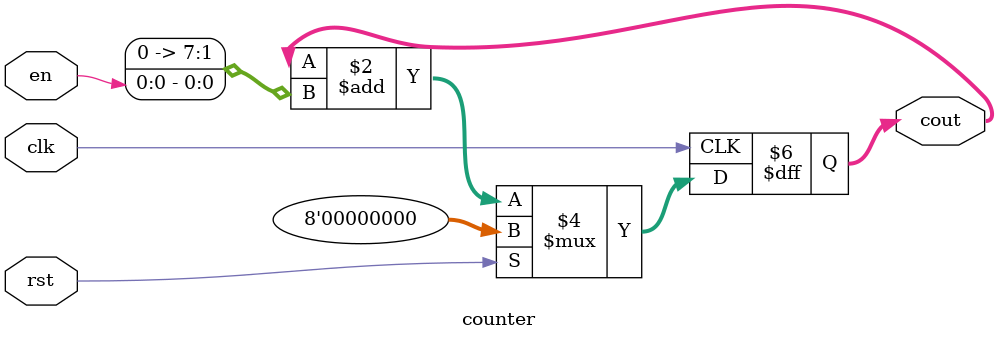
<source format=sv>
module counter #(
    parameter WIDTH = 8
) (
    input   logic               clk,
    input   logic               rst,
    input   logic               en,
    output  logic   [WIDTH-1:0] cout
);

always_ff @ (posedge clk)
    if (rst)                cout <= {WIDTH{1'b0}};
    else                    cout <= cout + {{WIDTH-1{1'b0}}, en};

endmodule

</source>
